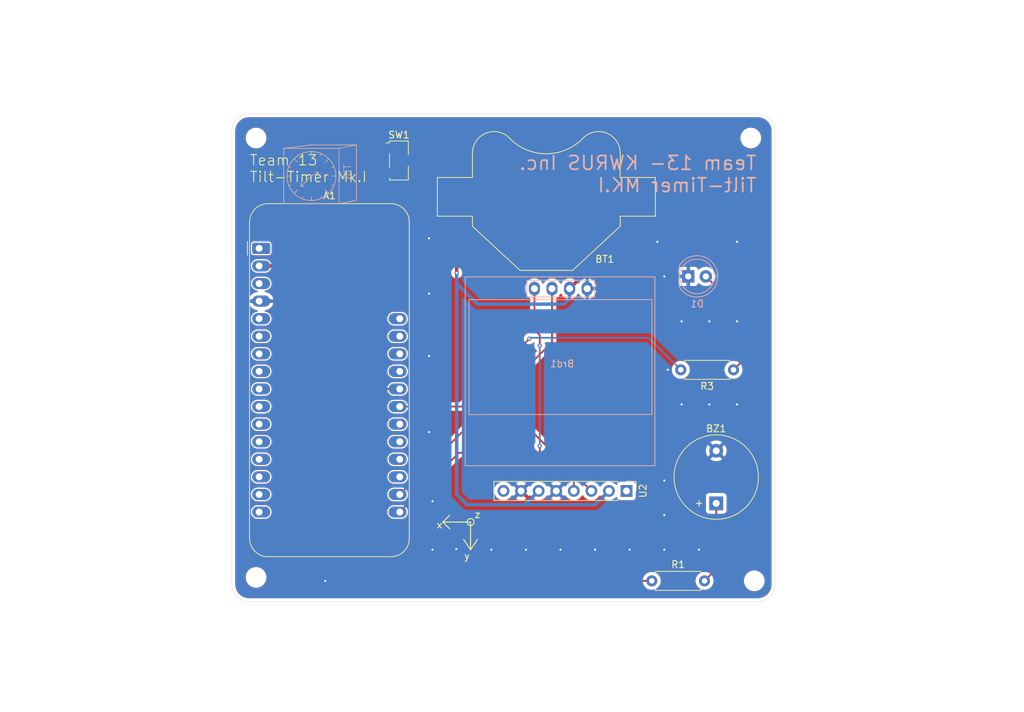
<source format=kicad_pcb>
(kicad_pcb (version 20241229) (generator "pcbnew") (generator_version "9.0")
  (title_block (title "Tilt-Timer Cube") (date "2025-11-17") (rev "2.0") (company "KWRUS Inc."))
  (layers (0 "F.Cu" signal) (2 "B.Cu" signal) (13 "F.Paste" user) (15 "B.Paste" user) (5 "F.SilkS" user "F.Silkscreen") (7 "B.SilkS" user "B.Silkscreen") (1 "F.Mask" user) (3 "B.Mask" user) (25 "Edge.Cuts" user))
  (net 0 "")
  (net 4 "Net-(A1-A10{slash}IO27)")
  (net 7 "Net-(A1-SCL{slash}IO22)")
  (net 9 "Net-(A1-SDA{slash}IO23)")
  (net 14 "GND")
  (net 21 "Net-(A1-A11{slash}IO12)")
  (net 28 "+BATT")
  (net 29 "Net-(BZ1-+)")
  (net 30 "Net-(D1-A)")
  (net 33 "Net-(A1-3V3)")
  (footprint "Button_Switch_SMD:Nidec_Copal_CAS-120A" (layer "F.Cu") (at 117.15 46.75)
    (property "Reference" "SW1" (at 0 -3.7 0) (layer "F.SilkS"))
    (property "Value" "SW_Nidec_CAS-120A1")
    (fp_line (start -1.36 -2.81) (end 1.36 -2.81) (stroke (width 0.12)) (layer "F.SilkS"))
    (fp_line (start -1.36 -2.55) (end -1.9 -2.55) (stroke (width 0.12)) (layer "F.SilkS"))
    (fp_line (start -1.36 -2.55) (end -1.36 -2.8) (stroke (width 0.12)) (layer "F.SilkS"))
    (fp_line (start -1.36 -0.98) (end -1.36 0.98) (stroke (width 0.12)) (layer "F.SilkS"))
    (fp_line (start -1.36 2.81) (end -1.36 2.55) (stroke (width 0.12)) (layer "F.SilkS"))
    (fp_line (start 1.35 2.81) (end -1.35 2.81) (stroke (width 0.12)) (layer "F.SilkS"))
    (fp_line (start 1.36 -2.81) (end 1.36 -0.8) (stroke (width 0.12)) (layer "F.SilkS"))
    (fp_line (start 1.36 0.8) (end 1.36 2.81) (stroke (width 0.12)) (layer "F.SilkS"))
    (pad "1" smd roundrect (at -1.15 -1.75 270) (size 1 1.6) (layers "F.Cu" "F.Mask" "F.Paste"))
    (pad "2" smd roundrect (at 1.15 0 270) (size 1 1.6) (layers "F.Cu" "F.Mask" "F.Paste") (net 28 "+BATT"))
    (pad "3" smd roundrect (at -1.15 1.75 270) (size 1 1.6) (layers "F.Cu" "F.Mask" "F.Paste") (net 33 "Net-(A1-3V3)"))
  )
  (footprint "Connector_PinHeader_2.54mm:PinHeader_1x08_P2.54mm_Vertical" (layer "F.Cu") (at 150.04 94.5 -90)
    (property "Reference" "U2" (at 0 -2.38 270) (layer "F.SilkS"))
    (property "Value" "LIS3DH")
    (fp_line (start -1.38 19.16) (end 1.38 19.16) (stroke (width 0.12)) (layer "F.SilkS"))
    (fp_line (start -1.38 1.27) (end -1.38 19.16) (stroke (width 0.12)) (layer "F.SilkS"))
    (fp_line (start -1.38 1.27) (end 1.38 1.27) (stroke (width 0.12)) (layer "F.SilkS"))
    (fp_line (start 1.38 1.27) (end 1.38 19.16) (stroke (width 0.12)) (layer "F.SilkS"))
    (fp_line (start -1.38 0) (end -1.38 -1.38) (stroke (width 0.12)) (layer "F.SilkS"))
    (fp_line (start -1.38 -1.38) (end 0 -1.38) (stroke (width 0.12)) (layer "F.SilkS"))
    (pad "1" thru_hole rect (at 0 0 270) (size 1.7 1.7) (drill 1) (layers "*.Cu" "*.Mask"))
    (pad "2" thru_hole circle (at 0 2.54 270) (size 1.7 1.7) (drill 1) (layers "*.Cu" "*.Mask"))
    (pad "3" thru_hole circle (at 0 5.08 270) (size 1.7 1.7) (drill 1) (layers "*.Cu" "*.Mask"))
    (pad "4" thru_hole circle (at 0 7.62 270) (size 1.7 1.7) (drill 1) (layers "*.Cu" "*.Mask") (net 7 "Net-(A1-SCL{slash}IO22)"))
    (pad "5" thru_hole circle (at 0 10.16 270) (size 1.7 1.7) (drill 1) (layers "*.Cu" "*.Mask") (net 14 "GND"))
    (pad "6" thru_hole circle (at 0 12.7 270) (size 1.7 1.7) (drill 1) (layers "*.Cu" "*.Mask") (net 9 "Net-(A1-SDA{slash}IO23)"))
    (pad "7" thru_hole circle (at 0 15.24 270) (size 1.7 1.7) (drill 1) (layers "*.Cu" "*.Mask") (net 14 "GND"))
    (pad "8" thru_hole circle (at 0 17.78 270) (size 1.7 1.7) (drill 1) (layers "*.Cu" "*.Mask") (net 28 "+BATT"))
  )
  (footprint "Module:Adafruit_Feather" (layer "F.Cu") (at 96.9475 59.45)
    (property "Reference" "A1" (at 10.16 -7.62 0) (layer "F.SilkS"))
    (property "Value" "Adafruit_Feather_HUZZAH32_ESP32")
    (fp_line (start -1.7 1) (end -1.7 -1) (stroke (width 0.12)) (layer "F.SilkS"))
    (fp_line (start -1.38 -3.81) (end -1.38 41.91) (stroke (width 0.12)) (layer "F.SilkS"))
    (fp_line (start 19.05 -6.46) (end 1.27 -6.46) (stroke (width 0.12)) (layer "F.SilkS"))
    (fp_line (start 19.05 44.56) (end 1.27 44.56) (stroke (width 0.12)) (layer "F.SilkS"))
    (fp_line (start 21.7 -3.81) (end 21.7 41.91) (stroke (width 0.12)) (layer "F.SilkS"))
    (fp_arc (start -1.38 -3.81) (mid -0.603833 -5.683833) (end 1.27 -6.46) (stroke (width 0.12)) (layer "F.SilkS"))
    (fp_arc (start 1.27 44.56) (mid -0.603833 43.783833) (end -1.38 41.91) (stroke (width 0.12)) (layer "F.SilkS"))
    (fp_arc (start 19.05 -6.46) (mid 20.923833 -5.683833) (end 21.7 -3.81) (stroke (width 0.12)) (layer "F.SilkS"))
    (fp_arc (start 21.7 41.91) (mid 20.923833 43.783833) (end 19.05 44.56) (stroke (width 0.12)) (layer "F.SilkS"))
    (pad "1" thru_hole roundrect (at 0 0) (size 2.6 1.6) (drill 1 (offset 0.3 0)) (layers "*.Cu" "*.Mask") (roundrect_rratio 0.15625))
    (pad "2" thru_hole oval (at 0 2.54) (size 2.6 1.6) (drill 1 (offset 0.3 0)) (layers "*.Cu" "*.Mask") (net 33 "Net-(A1-3V3)"))
    (pad "3" thru_hole oval (at 0 5.08) (size 2.6 1.6) (drill 1 (offset 0.3 0)) (layers "*.Cu" "*.Mask"))
    (pad "4" thru_hole oval (at 0 7.62) (size 2.6 1.6) (drill 1 (offset 0.3 0)) (layers "*.Cu" "*.Mask") (net 14 "GND"))
    (pad "5" thru_hole oval (at 0 10.16) (size 2.6 1.6) (drill 1 (offset 0.3 0)) (layers "*.Cu" "*.Mask"))
    (pad "6" thru_hole oval (at 0 12.7) (size 2.6 1.6) (drill 1 (offset 0.3 0)) (layers "*.Cu" "*.Mask"))
    (pad "7" thru_hole oval (at 0 15.24) (size 2.6 1.6) (drill 1 (offset 0.3 0)) (layers "*.Cu" "*.Mask"))
    (pad "8" thru_hole oval (at 0 17.78) (size 2.6 1.6) (drill 1 (offset 0.3 0)) (layers "*.Cu" "*.Mask"))
    (pad "9" thru_hole oval (at 0 20.32) (size 2.6 1.6) (drill 1 (offset 0.3 0)) (layers "*.Cu" "*.Mask"))
    (pad "10" thru_hole oval (at 0 22.86) (size 2.6 1.6) (drill 1 (offset 0.3 0)) (layers "*.Cu" "*.Mask"))
    (pad "11" thru_hole oval (at 0 25.4) (size 2.6 1.6) (drill 1 (offset 0.3 0)) (layers "*.Cu" "*.Mask"))
    (pad "12" thru_hole oval (at 0 27.94) (size 2.6 1.6) (drill 1 (offset 0.3 0)) (layers "*.Cu" "*.Mask"))
    (pad "13" thru_hole oval (at 0 30.48) (size 2.6 1.6) (drill 1 (offset 0.3 0)) (layers "*.Cu" "*.Mask"))
    (pad "14" thru_hole oval (at 0 33.02) (size 2.6 1.6) (drill 1 (offset 0.3 0)) (layers "*.Cu" "*.Mask"))
    (pad "15" thru_hole oval (at 0 35.56) (size 2.6 1.6) (drill 1 (offset 0.3 0)) (layers "*.Cu" "*.Mask"))
    (pad "16" thru_hole oval (at 0 38.1) (size 2.6 1.6) (drill 1 (offset 0.3 0)) (layers "*.Cu" "*.Mask"))
    (pad "17" thru_hole oval (at 20.32 38.1 180) (size 2.6 1.6) (drill 1 (offset 0.3 0)) (layers "*.Cu" "*.Mask") (net 9 "Net-(A1-SDA{slash}IO23)"))
    (pad "18" thru_hole oval (at 20.32 35.56 180) (size 2.6 1.6) (drill 1 (offset 0.3 0)) (layers "*.Cu" "*.Mask") (net 7 "Net-(A1-SCL{slash}IO22)"))
    (pad "19" thru_hole oval (at 20.32 33.02 180) (size 2.6 1.6) (drill 1 (offset 0.3 0)) (layers "*.Cu" "*.Mask"))
    (pad "20" thru_hole oval (at 20.32 30.48 180) (size 2.6 1.6) (drill 1 (offset 0.3 0)) (layers "*.Cu" "*.Mask"))
    (pad "21" thru_hole oval (at 20.32 27.94 180) (size 2.6 1.6) (drill 1 (offset 0.3 0)) (layers "*.Cu" "*.Mask"))
    (pad "22" thru_hole oval (at 20.32 25.4 180) (size 2.6 1.6) (drill 1 (offset 0.3 0)) (layers "*.Cu" "*.Mask"))
    (pad "23" thru_hole oval (at 20.32 22.86 180) (size 2.6 1.6) (drill 1 (offset 0.3 0)) (layers "*.Cu" "*.Mask") (net 4 "Net-(A1-A10{slash}IO27)"))
    (pad "24" thru_hole oval (at 20.32 20.32 180) (size 2.6 1.6) (drill 1 (offset 0.3 0)) (layers "*.Cu" "*.Mask") (net 21 "Net-(A1-A11{slash}IO12)"))
    (pad "25" thru_hole oval (at 20.32 17.78 180) (size 2.6 1.6) (drill 1 (offset 0.3 0)) (layers "*.Cu" "*.Mask"))
    (pad "26" thru_hole oval (at 20.32 15.24 180) (size 2.6 1.6) (drill 1 (offset 0.3 0)) (layers "*.Cu" "*.Mask"))
    (pad "27" thru_hole oval (at 20.32 12.7 180) (size 2.6 1.6) (drill 1 (offset 0.3 0)) (layers "*.Cu" "*.Mask"))
    (pad "28" thru_hole oval (at 20.32 10.16 180) (size 2.6 1.6) (drill 1 (offset 0.3 0)) (layers "*.Cu" "*.Mask"))
  )
  (footprint "Resistor_THT:R_Axial_DIN0207_L6.3mm_D2.5mm_P7.62mm_Horizontal" (layer "F.Cu") (at 165.5 77 180)
    (property "Reference" "R3" (at 3.81 -2.37 0) (layer "F.SilkS"))
    (property "Value" "150")
    (fp_line (start 7.08 1.37) (end 7.08 1.04) (stroke (width 0.12)) (layer "F.SilkS"))
    (fp_line (start 7.08 -1.37) (end 7.08 -1.04) (stroke (width 0.12)) (layer "F.SilkS"))
    (fp_line (start 0.54 1.37) (end 7.08 1.37) (stroke (width 0.12)) (layer "F.SilkS"))
    (fp_line (start 0.54 1.04) (end 0.54 1.37) (stroke (width 0.12)) (layer "F.SilkS"))
    (fp_line (start 0.54 -1.04) (end 0.54 -1.37) (stroke (width 0.12)) (layer "F.SilkS"))
    (fp_line (start 0.54 -1.37) (end 7.08 -1.37) (stroke (width 0.12)) (layer "F.SilkS"))
    (pad "1" thru_hole circle (at 0 0 180) (size 1.6 1.6) (drill 0.8) (layers "*.Cu" "*.Mask") (net 30 "Net-(D1-A)"))
    (pad "2" thru_hole circle (at 7.62 0 180) (size 1.6 1.6) (drill 0.8) (layers "*.Cu" "*.Mask") (net 4 "Net-(A1-A10{slash}IO27)"))
  )
  (footprint "Resistor_THT:R_Axial_DIN0207_L6.3mm_D2.5mm_P7.62mm_Horizontal" (layer "F.Cu") (at 153.69 107.5)
    (property "Reference" "R1" (at 3.81 -2.37 0) (layer "F.SilkS"))
    (property "Value" "150")
    (fp_line (start 0.54 -1.37) (end 7.08 -1.37) (stroke (width 0.12)) (layer "F.SilkS"))
    (fp_line (start 0.54 -1.04) (end 0.54 -1.37) (stroke (width 0.12)) (layer "F.SilkS"))
    (fp_line (start 0.54 1.04) (end 0.54 1.37) (stroke (width 0.12)) (layer "F.SilkS"))
    (fp_line (start 0.54 1.37) (end 7.08 1.37) (stroke (width 0.12)) (layer "F.SilkS"))
    (fp_line (start 7.08 -1.37) (end 7.08 -1.04) (stroke (width 0.12)) (layer "F.SilkS"))
    (fp_line (start 7.08 1.37) (end 7.08 1.04) (stroke (width 0.12)) (layer "F.SilkS"))
    (pad "1" thru_hole circle (at 0 0) (size 1.6 1.6) (drill 0.8) (layers "*.Cu" "*.Mask") (net 21 "Net-(A1-A11{slash}IO12)"))
    (pad "2" thru_hole circle (at 7.62 0) (size 1.6 1.6) (drill 0.8) (layers "*.Cu" "*.Mask") (net 29 "Net-(BZ1-+)"))
  )
  (footprint "MountingHole:MountingHole_2.5mm" (layer "F.Cu") (at 168 43.5)
    (property "Reference" "REF**" (hide yes))
    (property "Value" "MountingHole_2.5mm" (hide yes))
    (pad "" np_thru_hole circle (at 0 0) (size 2.5 2.5) (drill 2.5) (layers "*.Cu" "*.Mask"))
  )
  (footprint "Battery:BatteryHolder_Multicomp_BC-2001_1x2032" (layer "F.Cu") (at 138.45 52)
    (property "Reference" "BT1" (at 8.45 9 0) (layer "F.SilkS"))
    (property "Value" "CR2032")
    (fp_line (start -15.75 -2.8) (end -10.68 -2.8) (stroke (width 0.12)) (layer "F.SilkS"))
    (fp_line (start -15.75 2.8) (end -15.75 -2.8) (stroke (width 0.12)) (layer "F.SilkS"))
    (fp_line (start -15.75 2.8) (end -10.68 2.8) (stroke (width 0.12)) (layer "F.SilkS"))
    (fp_line (start -10.68 -2.8) (end -10.68 -6.28) (stroke (width 0.12)) (layer "F.SilkS"))
    (fp_line (start -10.68 2.8) (end -10.68 4.25) (stroke (width 0.12)) (layer "F.SilkS"))
    (fp_line (start -10.68 4.25) (end -3.8 10.63) (stroke (width 0.12)) (layer "F.SilkS"))
    (fp_line (start 3.8 10.63) (end -3.8 10.63) (stroke (width 0.12)) (layer "F.SilkS"))
    (fp_line (start 10.68 -2.8) (end 10.68 -6.35) (stroke (width 0.12)) (layer "F.SilkS"))
    (fp_line (start 10.68 2.8) (end 10.68 4.25) (stroke (width 0.12)) (layer "F.SilkS"))
    (fp_line (start 10.68 2.8) (end 15.75 2.8) (stroke (width 0.12)) (layer "F.SilkS"))
    (fp_line (start 10.68 4.25) (end 3.8 10.63) (stroke (width 0.12)) (layer "F.SilkS"))
    (fp_line (start 15.75 -2.8) (end 10.68 -2.8) (stroke (width 0.12)) (layer "F.SilkS"))
    (fp_line (start 15.75 2.8) (end 15.75 -2.8) (stroke (width 0.12)) (layer "F.SilkS"))
    (fp_arc (start -10.677058 -6.3) (mid -8.637972 -9.23169) (end -5.180001 -8.339999) (stroke (width 0.12)) (layer "F.SilkS"))
    (fp_arc (start 5.306422 -8.467392) (mid 0.096808 -6.218103) (end -5.169999 -8.330001) (stroke (width 0.12)) (layer "F.SilkS"))
    (fp_arc (start 5.316452 -8.492753) (mid 8.734461 -9.197232) (end 10.68 -6.3) (stroke (width 0.12)) (layer "F.SilkS"))
    (pad "1" smd rect (at -12.95 0) (size 5 5) (layers "F.Cu" "F.Mask" "F.Paste") (net 28 "+BATT"))
    (pad "1" smd rect (at 12.95 0) (size 5 5) (layers "F.Cu" "F.Mask" "F.Paste") (net 28 "+BATT"))
    (pad "2" smd rect (at 0 0) (size 4 4) (layers "F.Cu" "F.Mask" "F.Paste") (net 14 "GND"))
  )
  (footprint "MountingHole:MountingHole_2.5mm" (layer "F.Cu") (at 96.5 43.5)
    (property "Reference" "REF**" (hide yes))
    (property "Value" "MountingHole_2.5mm" (hide yes))
    (pad "" np_thru_hole circle (at 0 0) (size 2.5 2.5) (drill 2.5) (layers "*.Cu" "*.Mask"))
  )
  (footprint "MountingHole:MountingHole_2.5mm" (layer "F.Cu") (at 96.5 107)
    (property "Reference" "REF**" (hide yes))
    (property "Value" "MountingHole_2.5mm" (hide yes))
    (pad "" np_thru_hole circle (at 0 0) (size 2.5 2.5) (drill 2.5) (layers "*.Cu" "*.Mask"))
  )
  (footprint "Buzzer_Beeper:Buzzer_12x9.5RM7.6" (layer "F.Cu") (at 163 96.3 90)
    (property "Reference" "BZ1" (at 10.8 0 180) (layer "F.SilkS"))
    (property "Value" "Buzzer")
    (fp_circle (center 3.8 0) (end 9.9 0) (stroke (width 0.12)) (fill no) (layer "F.SilkS"))
    (fp_text user "+" (at -0.01 -2.54 90) (layer "F.SilkS"))
    (pad "1" thru_hole rect (at 0 0 90) (size 2 2) (drill 1) (layers "*.Cu" "*.Mask") (net 29 "Net-(BZ1-+)"))
    (pad "2" thru_hole circle (at 7.6 0 90) (size 2 2) (drill 1) (layers "*.Cu" "*.Mask") (net 14 "GND"))
  )
  (footprint "MountingHole:MountingHole_2.5mm" (layer "F.Cu") (at 168.5 107.5)
    (property "Reference" "REF**" (hide yes))
    (property "Value" "MountingHole_2.5mm" (hide yes))
    (pad "" np_thru_hole circle (at 0 0) (size 2.5 2.5) (drill 2.5) (layers "*.Cu" "*.Mask"))
  )
  (footprint "SSD1306:128x64OLED" (layer "B.Cu") (at 140.73 75.865 180)
    (property "Reference" "Brd1" (at 0 -0.254 0) (layer "B.SilkS") (effects (justify mirror)))
    (property "Value" "SSD1306")
    (fp_line (start 14 12.3) (end 14 -15) (stroke (width 0.12)) (layer "B.SilkS"))
    (fp_line (start 14 -15) (end -13.4 -15) (stroke (width 0.12)) (layer "B.SilkS"))
    (fp_line (start 13.462 9.017) (end 13.208 9.005) (stroke (width 0.12)) (layer "B.SilkS"))
    (fp_line (start 13.462 -7.62) (end 13.462 9.017) (stroke (width 0.12)) (layer "B.SilkS"))
    (fp_line (start 10.122 9.005) (end 13.208 9.005) (stroke (width 0.12)) (layer "B.SilkS"))
    (fp_line (start 10.122 -7.595) (end 13.462 -7.62) (stroke (width 0.12)) (layer "B.SilkS"))
    (fp_line (start 10.122 -7.595) (end -12.978 -7.595) (stroke (width 0.12)) (layer "B.SilkS"))
    (fp_line (start 5.08 11.811) (end 5.08 9.398) (stroke (width 0.12)) (layer "B.SilkS"))
    (fp_line (start 5.08 9.398) (end -4.699 9.398) (stroke (width 0.12)) (layer "B.SilkS"))
    (fp_line (start -4.699 11.811) (end 5.08 11.811) (stroke (width 0.12)) (layer "B.SilkS"))
    (fp_line (start -4.699 11.811) (end -4.699 9.398) (stroke (width 0.12)) (layer "B.SilkS"))
    (fp_line (start -12.978 9.005) (end 10.122 9.005) (stroke (width 0.12)) (layer "B.SilkS"))
    (fp_line (start -12.978 -7.595) (end -12.978 9.005) (stroke (width 0.12)) (layer "B.SilkS"))
    (fp_line (start -13.4 12.3) (end 14 12.3) (stroke (width 0.12)) (layer "B.SilkS"))
    (fp_line (start -13.4 -15) (end -13.4 12.3) (stroke (width 0.12)) (layer "B.SilkS"))
    (pad "1" thru_hole oval (at -3.62 10.6 90) (size 2 1.6) (drill 1) (layers "*.Cu" "*.Mask") (net 14 "GND"))
    (pad "2" thru_hole oval (at -1.08 10.6 90) (size 2 1.6) (drill 1) (layers "*.Cu" "*.Mask") (net 28 "+BATT"))
    (pad "3" thru_hole oval (at 1.46 10.6 90) (size 2 1.6) (drill 1) (layers "*.Cu" "*.Mask") (net 7 "Net-(A1-SCL{slash}IO22)"))
    (pad "4" thru_hole oval (at 4 10.6 90) (size 2 1.6) (drill 1) (layers "*.Cu" "*.Mask") (net 9 "Net-(A1-SDA{slash}IO23)"))
  )
  (footprint "LED_THT:LED_D5.0mm" (layer "B.Cu") (at 158.96 63.5)
    (property "Reference" "D1" (at 1.27 3.96 180) (layer "B.SilkS") (effects (justify mirror)))
    (property "Value" "LED")
    (fp_line (start -1.29 1.545) (end -1.29 -1.545) (stroke (width 0.12)) (layer "B.SilkS"))
    (fp_arc (start -1.29 -1.54483) (mid 2.071779 -2.880495) (end 4.26 0) (stroke (width 0.12)) (layer "B.SilkS"))
    (fp_arc (start 4.26 0) (mid 2.071779 2.880495) (end -1.29 1.54483) (stroke (width 0.12)) (layer "B.SilkS"))
    (fp_circle (center 1.27 0) (end 3.77 0) (stroke (width 0.12)) (fill no) (layer "B.SilkS"))
    (pad "1" thru_hole rect (at 0 0) (size 1.8 1.8) (drill 0.9) (layers "*.Cu" "*.Mask") (net 14 "GND"))
    (pad "2" thru_hole circle (at 2.54 0) (size 1.8 1.8) (drill 0.9) (layers "*.Cu" "*.Mask") (net 30 "Net-(D1-A)"))
  )
  (gr_line (start 124.5 98) (end 123.5 99) (stroke (width 0.15)) (layer "F.SilkS"))
  (gr_line (start 127.5 99) (end 127.5 103) (stroke (width 0.15)) (layer "F.SilkS"))
  (gr_line (start 123.5 99) (end 124.5 100) (stroke (width 0.15)) (layer "F.SilkS"))
  (gr_circle (center 127.5 99) (end 127.5 98.5) (stroke (width 0.15)) (fill no) (layer "F.SilkS"))
  (gr_line (start 127.5 103) (end 126.5 101.5) (stroke (width 0.15)) (layer "F.SilkS"))
  (gr_line (start 127.5 103) (end 128.5 101.5) (stroke (width 0.15)) (layer "F.SilkS"))
  (gr_line (start 127.5 99) (end 123.5 99) (stroke (width 0.15)) (layer "F.SilkS"))
  (gr_circle (center 104.5 49) (end 108 48.5) (stroke (width 0.1)) (fill no) (layer "B.SilkS"))
  (gr_line (start 103 50.5) (end 103 50) (stroke (width 0.1)) (layer "B.SilkS"))
  (gr_line (start 107.491397 47.777353) (end 107.768602 47.662647) (stroke (width 0.1)) (layer "B.SilkS"))
  (gr_line (start 101.232321 47.640464) (end 101.507678 47.759537) (stroke (width 0.1)) (layer "B.SilkS"))
  (gr_line (start 104.5 45.464466) (end 104.5 46) (stroke (width 0.1)) (layer "B.SilkS"))
  (gr_line (start 102 46.5) (end 102.5 47) (stroke (width 0.1)) (layer "B.SilkS"))
  (gr_line (start 107.482321 50.250463) (end 107.757678 50.369536) (stroke (width 0.1)) (layer "B.SilkS"))
  (gr_line (start 104.5 44.5) (end 100.5 45) (stroke (width 0.1)) (layer "B.SilkS"))
  (gr_line (start 103.5 50.5) (end 103 50.5) (stroke (width 0.1)) (layer "B.SilkS"))
  (gr_line (start 108.5 53) (end 111 52.5) (stroke (width 0.1)) (layer "B.SilkS"))
  (gr_line (start 107 51.5) (end 106.5 51) (stroke (width 0.1)) (layer "B.SilkS"))
  (gr_line (start 105.5 48.5) (end 105.36 48.86) (stroke (width 0.1)) (layer "B.SilkS"))
  (gr_line (start 100.964466 49) (end 101.5 49) (stroke (width 0.1)) (layer "B.SilkS"))
  (gr_line (start 105.872647 51.931397) (end 105.987353 52.208602) (stroke (width 0.1)) (layer "B.SilkS"))
  (gr_line (start 104.5 49) (end 105.5 48.5) (stroke (width 0.1)) (layer "B.SilkS"))
  (gr_line (start 101.251397 50.397353) (end 101.528602 50.282647) (stroke (width 0.1)) (layer "B.SilkS"))
  (gr_line (start 103.172647 45.721397) (end 103.287353 45.998602) (stroke (width 0.1)) (layer "B.SilkS"))
  (gr_line (start 103.26 51.98) (end 103.140927 52.255357) (stroke (width 0.1)) (layer "B.SilkS"))
  (gr_line (start 108.5 53) (end 100.5 53) (stroke (width 0.1)) (layer "B.SilkS"))
  (gr_line (start 104.5 49) (end 103 50.5) (stroke (width 0.1)) (layer "B.SilkS"))
  (gr_line (start 100.5 45) (end 108.5 45) (stroke (width 0.1)) (layer "B.SilkS"))
  (gr_line (start 108.5 45) (end 111 44.5) (stroke (width 0.1)) (layer "B.SilkS"))
  (gr_line (start 108.035534 49) (end 107.5 49) (stroke (width 0.1)) (layer "B.SilkS"))
  (gr_line (start 111 44.5) (end 104.5 44.5) (stroke (width 0.1)) (layer "B.SilkS"))
  (gr_line (start 102 51.5) (end 102.5 51) (stroke (width 0.1)) (layer "B.SilkS"))
  (gr_line (start 105.1 48.39) (end 105.5 48.5) (stroke (width 0.1)) (layer "B.SilkS"))
  (gr_line (start 103 50) (end 103 50.5) (stroke (width 0.1)) (layer "B.SilkS"))
  (gr_line (start 107 46.5) (end 106.5 47) (stroke (width 0.1)) (layer "B.SilkS"))
  (gr_line (start 105.5 48.5) (end 105.1 48.39) (stroke (width 0.1)) (layer "B.SilkS"))
  (gr_line (start 111 52.5) (end 111 44.5) (stroke (width 0.1)) (layer "B.SilkS"))
  (gr_line (start 100.5 53) (end 100.5 45) (stroke (width 0.1)) (layer "B.SilkS"))
  (gr_line (start 104.5 52.535534) (end 104.5 52) (stroke (width 0.1)) (layer "B.SilkS"))
  (gr_line (start 108.5 45) (end 108.5 53) (stroke (width 0.1)) (layer "B.SilkS"))
  (gr_line (start 105.9 45.77) (end 105.780927 46.045357) (stroke (width 0.1)) (layer "B.SilkS"))
  (gr_arc (start 171.5 108) (mid 170.767767 109.767767) (end 169 110.5) (stroke (width 0.05)) (layer "Edge.Cuts"))
  (gr_arc (start 95.5 110.5) (mid 93.732233 109.767767) (end 93 108) (stroke (width 0.05)) (layer "Edge.Cuts"))
  (gr_line (start 169 110.5) (end 95.5 110.5) (stroke (width 0.05)) (layer "Edge.Cuts"))
  (gr_line (start 93 108) (end 93 42.5) (stroke (width 0.05)) (layer "Edge.Cuts"))
  (gr_line (start 95.5 40) (end 169 40) (stroke (width 0.05)) (layer "Edge.Cuts"))
  (gr_arc (start 169 40) (mid 170.767767 40.732233) (end 171.5 42.5) (stroke (width 0.05)) (layer "Edge.Cuts"))
  (gr_arc (start 93 42.5) (mid 93.732233 40.732233) (end 95.5 40) (stroke (width 0.05)) (layer "Edge.Cuts"))
  (gr_line (start 171.5 42.5) (end 171.5 108) (stroke (width 0.05)) (layer "Edge.Cuts"))
  (gr_text "x" (at 122.5 100 0) (layer "F.SilkS") (effects (font (size 1 1)) (justify left bottom)))
  (gr_text "z" (at 128 98.5 0) (layer "F.SilkS") (effects (font (size 1 1)) (justify left bottom)))
  (gr_text "y" (at 126.5 104.5 0) (layer "F.SilkS") (effects (font (size 1 1)) (justify left bottom)))
  (gr_text "Team 13\nTilt-Timer Mk.I" (at 95.5 50 0) (layer "F.SilkS") (effects (font (size 1.5 1.5) (thickness 0.1375)) (justify left bottom)))
  (gr_text "Tilt\n" (at 110.3 47.21 90) (layer "B.SilkS") (effects (font (size 1 1) (thickness 0.1)) (justify left bottom mirror)))
  (gr_text "Team 13- KWRUS Inc.\nTilt-Timer MK.I" (at 169 51.5 0) (layer "B.SilkS") (effects (font (size 2 2) (thickness 0.25)) (justify left bottom mirror)))
  (segment (start 117.2675 82.31) (end 126.19 82.31) (width 0.254) (layer "F.Cu") (net 4))
  (segment (start 126.19 82.31) (end 136 72.5) (width 0.254) (layer "F.Cu") (net 4))
  (via (at 136 72.5) (size 0.6) (drill 0.3) (layers "F.Cu" "B.Cu") (net 4))
  (segment (start 136 72.5) (end 136.128 72.372) (width 0.254) (layer "B.Cu") (net 4))
  (segment (start 136.128 72.372) (end 153.252 72.372) (width 0.254) (layer "B.Cu") (net 4))
  (segment (start 153.252 72.372) (end 157.88 77) (width 0.254) (layer "B.Cu") (net 4))
  (segment (start 127.38875 84.88875) (end 135.34875 84.88875) (width 0.254) (layer "F.Cu") (net 7))
  (segment (start 117.2675 95.01) (end 127.38875 84.88875) (width 0.254) (layer "F.Cu") (net 7))
  (segment (start 135.34875 84.88875) (end 144.96 94.5) (width 0.254) (layer "F.Cu") (net 7))
  (segment (start 139.27 73.0075) (end 139.27 65.265) (width 0.254) (layer "F.Cu") (net 7))
  (segment (start 127.38875 84.88875) (end 139.27 73.0075) (width 0.254) (layer "F.Cu") (net 7))
  (segment (start 136.73 71.23) (end 136.73 65.265) (width 0.254) (layer "F.Cu") (net 9))
  (segment (start 117.2675 97.55) (end 125.8175 89) (width 0.254) (layer "F.Cu") (net 9))
  (segment (start 142 92.5) (end 142.42 92.92) (width 0.254) (layer "F.Cu") (net 9))
  (segment (start 137.5 72) (end 136.73 71.23) (width 0.254) (layer "F.Cu") (net 9))
  (segment (start 137.5 89) (end 137.5 88) (width 0.254) (layer "F.Cu") (net 9))
  (segment (start 142.42 92.92) (end 142.42 94.5) (width 0.254) (layer "F.Cu") (net 9))
  (segment (start 137.5 73.5) (end 137.5 72) (width 0.254) (layer "F.Cu") (net 9))
  (segment (start 141 92.5) (end 142 92.5) (width 0.254) (layer "F.Cu") (net 9))
  (segment (start 125.8175 89) (end 137.5 89) (width 0.254) (layer "F.Cu") (net 9))
  (segment (start 137.5 89) (end 141 92.5) (width 0.254) (layer "F.Cu") (net 9))
  (via (at 137.5 73.5) (size 0.6) (drill 0.3) (layers "F.Cu" "B.Cu") (net 9))
  (via (at 137.5 88) (size 0.6) (drill 0.3) (layers "F.Cu" "B.Cu") (net 9))
  (segment (start 137.5 73.5) (end 137.5 88) (width 0.254) (layer "B.Cu") (net 9))
  (via (at 162 70) (size 0.6) (drill 0.3) (layers "F.Cu" "B.Cu") (net 14))
  (via (at 135.5 103) (size 0.6) (drill 0.3) (layers "F.Cu" "B.Cu") (net 14))
  (via (at 122 96) (size 0.6) (drill 0.3) (layers "F.Cu" "B.Cu") (net 14))
  (via (at 121.5 66) (size 0.6) (drill 0.3) (layers "F.Cu" "B.Cu") (net 14))
  (via (at 158 82) (size 0.6) (drill 0.3) (layers "F.Cu" "B.Cu") (net 14))
  (via (at 166 70) (size 0.6) (drill 0.3) (layers "F.Cu" "B.Cu") (net 14))
  (via (at 145.5 103) (size 0.6) (drill 0.3) (layers "F.Cu" "B.Cu") (net 14))
  (via (at 162 82) (size 0.6) (drill 0.3) (layers "F.Cu" "B.Cu") (net 14))
  (via (at 130.5 103) (size 0.6) (drill 0.3) (layers "F.Cu" "B.Cu") (net 14))
  (via (at 122 103) (size 0.6) (drill 0.3) (layers "F.Cu" "B.Cu") (net 14))
  (via (at 121.5 86) (size 0.6) (drill 0.3) (layers "F.Cu" "B.Cu") (net 14))
  (via (at 155.5 103) (size 0.6) (drill 0.3) (layers "F.Cu" "B.Cu") (net 14))
  (via (at 160.5 103) (size 0.6) (drill 0.3) (layers "F.Cu" "B.Cu") (net 14))
  (via (at 166 58.5) (size 0.6) (drill 0.3) (layers "F.Cu" "B.Cu") (net 14))
  (via (at 154.5 58.5) (size 0.6) (drill 0.3) (layers "F.Cu" "B.Cu") (net 14))
  (via (at 155.5 93) (size 0.6) (drill 0.3) (layers "F.Cu" "B.Cu") (net 14))
  (via (at 121.5 58) (size 0.6) (drill 0.3) (layers "F.Cu" "B.Cu") (net 14))
  (via (at 166 82) (size 0.6) (drill 0.3) (layers "F.Cu" "B.Cu") (net 14))
  (via (at 121.5 75) (size 0.6) (drill 0.3) (layers "F.Cu" "B.Cu") (net 14))
  (via (at 140.5 103) (size 0.6) (drill 0.3) (layers "F.Cu" "B.Cu") (net 14))
  (via (at 156 77) (size 0.6) (drill 0.3) (layers "F.Cu" "B.Cu") (net 14))
  (via (at 155.5 63.5) (size 0.6) (drill 0.3) (layers "F.Cu" "B.Cu") (net 14))
  (via (at 158 70) (size 0.6) (drill 0.3) (layers "F.Cu" "B.Cu") (net 14))
  (via (at 106.5 107.5) (size 0.6) (drill 0.3) (layers "F.Cu" "B.Cu") (net 14))
  (via (at 155.5 98) (size 0.6) (drill 0.3) (layers "F.Cu" "B.Cu") (net 14))
  (via (at 150.5 103) (size 0.6) (drill 0.3) (layers "F.Cu" "B.Cu") (net 14))
  (via (at 125.437507 102.916121) (size 0.6) (drill 0.3) (layers "F.Cu" "B.Cu") (net 14))
  (segment (start 115.5 107.5) (end 153.69 107.5) (width 0.254) (layer "F.Cu") (net 21))
  (segment (start 112 82) (end 112 104) (width 0.254) (layer "F.Cu") (net 21))
  (segment (start 114.23 79.77) (end 112 82) (width 0.254) (layer "F.Cu") (net 21))
  (segment (start 112 104) (end 115.5 107.5) (width 0.254) (layer "F.Cu") (net 21))
  (segment (start 117.2675 79.77) (end 114.23 79.77) (width 0.254) (layer "F.Cu") (net 21))
  (segment (start 120.25 46.75) (end 118.3 46.75) (width 0.5) (layer "F.Cu") (net 28))
  (segment (start 151.4 52.9) (end 151.5 53) (width 0.254) (layer "F.Cu") (net 28))
  (segment (start 125.5 52) (end 120.25 46.75) (width 0.5) (layer "F.Cu") (net 28))
  (segment (start 125.5 52) (end 125.5 63) (width 0.5) (layer "F.Cu") (net 28))
  (segment (start 151.4 55.675) (end 141.81 65.265) (width 0.5) (layer "F.Cu") (net 28))
  (segment (start 151.4 52) (end 151.4 55.675) (width 0.5) (layer "F.Cu") (net 28))
  (via (at 125.5 63) (size 0.6) (drill 0.3) (layers "F.Cu" "B.Cu") (net 28))
  (segment (start 128.5 67.5) (end 141 67.5) (width 0.5) (layer "B.Cu") (net 28))
  (segment (start 135.34 96.5) (end 137.34 94.5) (width 0.5) (layer "B.Cu") (net 28))
  (segment (start 141.81 66.69) (end 141.81 65.265) (width 0.5) (layer "B.Cu") (net 28))
  (segment (start 141 67.5) (end 141.81 66.69) (width 0.5) (layer "B.Cu") (net 28))
  (segment (start 125.5 95) (end 127 96.5) (width 0.5) (layer "B.Cu") (net 28))
  (segment (start 145.5 96.5) (end 147.5 94.5) (width 0.5) (layer "B.Cu") (net 28))
  (segment (start 125.5 64.5) (end 128.5 67.5) (width 0.5) (layer "B.Cu") (net 28))
  (segment (start 125.5 64.5) (end 125.5 95) (width 0.5) (layer "B.Cu") (net 28))
  (segment (start 127 96.5) (end 135.34 96.5) (width 0.5) (layer "B.Cu") (net 28))
  (segment (start 125.5 63) (end 125.5 64.5) (width 0.5) (layer "B.Cu") (net 28))
  (segment (start 135.34 96.5) (end 145.5 96.5) (width 0.5) (layer "B.Cu") (net 28))
  (segment (start 161.31 107.5) (end 163 105.81) (width 0.254) (layer "F.Cu") (net 29))
  (segment (start 163 105.81) (end 163 96.3) (width 0.254) (layer "F.Cu") (net 29))
  (segment (start 167.5 69.5) (end 167.5 75) (width 0.254) (layer "F.Cu") (net 30))
  (segment (start 161.5 63.5) (end 167.5 69.5) (width 0.254) (layer "F.Cu") (net 30))
  (segment (start 167.5 75) (end 165.5 77) (width 0.254) (layer "F.Cu") (net 30))
  (segment (start 116 48.5) (end 102.51 61.99) (width 0.5) (layer "F.Cu") (net 33))
  (segment (start 102.51 61.99) (end 96.9475 61.99) (width 0.5) (layer "F.Cu") (net 33))
  (zone (net 14) (net_name "GND") (layers "F.Cu" "B.Cu") (connect_pads (clearance 0.5)) (min_thickness 0.25) (fill yes (thermal_gap 0.5) (thermal_bridge_width 0.5))
    (polygon (pts (xy 62 29.5) (xy 207.5 29.5) (xy 205.5 126.5) (xy 59.5 126)))
  )
)
</source>
